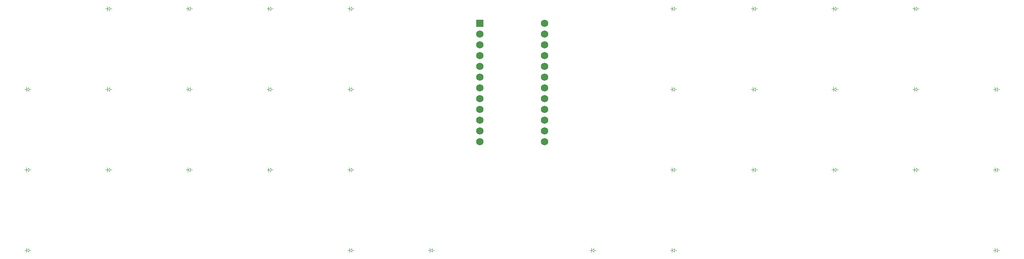
<source format=gbr>
%TF.GenerationSoftware,KiCad,Pcbnew,9.0.1*%
%TF.CreationDate,2025-05-09T00:25:46+02:00*%
%TF.ProjectId,cmrk,636d726b-2e6b-4696-9361-645f70636258,v1.0.0*%
%TF.SameCoordinates,Original*%
%TF.FileFunction,Legend,Bot*%
%TF.FilePolarity,Positive*%
%FSLAX46Y46*%
G04 Gerber Fmt 4.6, Leading zero omitted, Abs format (unit mm)*
G04 Created by KiCad (PCBNEW 9.0.1) date 2025-05-09 00:25:46*
%MOMM*%
%LPD*%
G01*
G04 APERTURE LIST*
%ADD10C,0.100000*%
%ADD11R,1.752600X1.752600*%
%ADD12C,1.752600*%
G04 APERTURE END LIST*
D10*
%TO.C,D22*%
X308250000Y-67000000D02*
X308650000Y-67000000D01*
X308650000Y-67000000D02*
X308650000Y-66450000D01*
X308650000Y-67000000D02*
X308650000Y-67550000D01*
X308650000Y-67000000D02*
X309250000Y-66600000D01*
X309250000Y-66600000D02*
X309250000Y-67400000D01*
X309250000Y-67000000D02*
X309750000Y-67000000D01*
X309250000Y-67400000D02*
X308650000Y-67000000D01*
%TO.C,D10*%
X156250000Y-86000000D02*
X156650000Y-86000000D01*
X156650000Y-86000000D02*
X156650000Y-85450000D01*
X156650000Y-86000000D02*
X156650000Y-86550000D01*
X156650000Y-86000000D02*
X157250000Y-85600000D01*
X157250000Y-85600000D02*
X157250000Y-86400000D01*
X157250000Y-86000000D02*
X157750000Y-86000000D01*
X157250000Y-86400000D02*
X156650000Y-86000000D01*
%TO.C,D24*%
X289250000Y-86000000D02*
X289650000Y-86000000D01*
X289650000Y-86000000D02*
X289650000Y-85450000D01*
X289650000Y-86000000D02*
X289650000Y-86550000D01*
X289650000Y-86000000D02*
X290250000Y-85600000D01*
X290250000Y-85600000D02*
X290250000Y-86400000D01*
X290250000Y-86000000D02*
X290750000Y-86000000D01*
X290250000Y-86400000D02*
X289650000Y-86000000D01*
%TO.C,D9*%
X137250000Y-48000000D02*
X137650000Y-48000000D01*
X137650000Y-48000000D02*
X137650000Y-47450000D01*
X137650000Y-48000000D02*
X137650000Y-48550000D01*
X137650000Y-48000000D02*
X138250000Y-47600000D01*
X138250000Y-47600000D02*
X138250000Y-48400000D01*
X138250000Y-48000000D02*
X138750000Y-48000000D01*
X138250000Y-48400000D02*
X137650000Y-48000000D01*
%TO.C,D20*%
X327250000Y-67000000D02*
X327650000Y-67000000D01*
X327650000Y-67000000D02*
X327650000Y-66450000D01*
X327650000Y-67000000D02*
X327650000Y-67550000D01*
X327650000Y-67000000D02*
X328250000Y-66600000D01*
X328250000Y-66600000D02*
X328250000Y-67400000D01*
X328250000Y-67000000D02*
X328750000Y-67000000D01*
X328250000Y-67400000D02*
X327650000Y-67000000D01*
%TO.C,D33*%
X251250000Y-105000000D02*
X251650000Y-105000000D01*
X251650000Y-105000000D02*
X251650000Y-104450000D01*
X251650000Y-105000000D02*
X251650000Y-105550000D01*
X251650000Y-105000000D02*
X252250000Y-104600000D01*
X252250000Y-104600000D02*
X252250000Y-105400000D01*
X252250000Y-105000000D02*
X252750000Y-105000000D01*
X252250000Y-105400000D02*
X251650000Y-105000000D01*
%TO.C,D29*%
X270250000Y-48000000D02*
X270650000Y-48000000D01*
X270650000Y-48000000D02*
X270650000Y-47450000D01*
X270650000Y-48000000D02*
X270650000Y-48550000D01*
X270650000Y-48000000D02*
X271250000Y-47600000D01*
X271250000Y-47600000D02*
X271250000Y-48400000D01*
X271250000Y-48000000D02*
X271750000Y-48000000D01*
X271250000Y-48400000D02*
X270650000Y-48000000D01*
%TO.C,D18*%
X327250000Y-105000000D02*
X327650000Y-105000000D01*
X327650000Y-105000000D02*
X327650000Y-104450000D01*
X327650000Y-105000000D02*
X327650000Y-105550000D01*
X327650000Y-105000000D02*
X328250000Y-104600000D01*
X328250000Y-104600000D02*
X328250000Y-105400000D01*
X328250000Y-105000000D02*
X328750000Y-105000000D01*
X328250000Y-105400000D02*
X327650000Y-105000000D01*
%TO.C,D23*%
X308250000Y-48000000D02*
X308650000Y-48000000D01*
X308650000Y-48000000D02*
X308650000Y-47450000D01*
X308650000Y-48000000D02*
X308650000Y-48550000D01*
X308650000Y-48000000D02*
X309250000Y-47600000D01*
X309250000Y-47600000D02*
X309250000Y-48400000D01*
X309250000Y-48000000D02*
X309750000Y-48000000D01*
X309250000Y-48400000D02*
X308650000Y-48000000D01*
%TO.C,D5*%
X118250000Y-67000000D02*
X118650000Y-67000000D01*
X118650000Y-67000000D02*
X118650000Y-66450000D01*
X118650000Y-67000000D02*
X118650000Y-67550000D01*
X118650000Y-67000000D02*
X119250000Y-66600000D01*
X119250000Y-66600000D02*
X119250000Y-67400000D01*
X119250000Y-67000000D02*
X119750000Y-67000000D01*
X119250000Y-67400000D02*
X118650000Y-67000000D01*
%TO.C,D26*%
X289250000Y-48000000D02*
X289650000Y-48000000D01*
X289650000Y-48000000D02*
X289650000Y-47450000D01*
X289650000Y-48000000D02*
X289650000Y-48550000D01*
X289650000Y-48000000D02*
X290250000Y-47600000D01*
X290250000Y-47600000D02*
X290250000Y-48400000D01*
X290250000Y-48000000D02*
X290750000Y-48000000D01*
X290250000Y-48400000D02*
X289650000Y-48000000D01*
%TO.C,D31*%
X251250000Y-67000000D02*
X251650000Y-67000000D01*
X251650000Y-67000000D02*
X251650000Y-66450000D01*
X251650000Y-67000000D02*
X251650000Y-67550000D01*
X251650000Y-67000000D02*
X252250000Y-66600000D01*
X252250000Y-66600000D02*
X252250000Y-67400000D01*
X252250000Y-67000000D02*
X252750000Y-67000000D01*
X252250000Y-67400000D02*
X251650000Y-67000000D01*
%TO.C,D17*%
X194250000Y-105000000D02*
X194650000Y-105000000D01*
X194650000Y-105000000D02*
X194650000Y-104450000D01*
X194650000Y-105000000D02*
X194650000Y-105550000D01*
X194650000Y-105000000D02*
X195250000Y-104600000D01*
X195250000Y-104600000D02*
X195250000Y-105400000D01*
X195250000Y-105000000D02*
X195750000Y-105000000D01*
X195250000Y-105400000D02*
X194650000Y-105000000D01*
%TO.C,D14*%
X175250000Y-67000000D02*
X175650000Y-67000000D01*
X175650000Y-67000000D02*
X175650000Y-66450000D01*
X175650000Y-67000000D02*
X175650000Y-67550000D01*
X175650000Y-67000000D02*
X176250000Y-66600000D01*
X176250000Y-66600000D02*
X176250000Y-67400000D01*
X176250000Y-67000000D02*
X176750000Y-67000000D01*
X176250000Y-67400000D02*
X175650000Y-67000000D01*
%TO.C,D19*%
X327250000Y-86000000D02*
X327650000Y-86000000D01*
X327650000Y-86000000D02*
X327650000Y-85450000D01*
X327650000Y-86000000D02*
X327650000Y-86550000D01*
X327650000Y-86000000D02*
X328250000Y-85600000D01*
X328250000Y-85600000D02*
X328250000Y-86400000D01*
X328250000Y-86000000D02*
X328750000Y-86000000D01*
X328250000Y-86400000D02*
X327650000Y-86000000D01*
%TO.C,D28*%
X270250000Y-67000000D02*
X270650000Y-67000000D01*
X270650000Y-67000000D02*
X270650000Y-66450000D01*
X270650000Y-67000000D02*
X270650000Y-67550000D01*
X270650000Y-67000000D02*
X271250000Y-66600000D01*
X271250000Y-66600000D02*
X271250000Y-67400000D01*
X271250000Y-67000000D02*
X271750000Y-67000000D01*
X271250000Y-67400000D02*
X270650000Y-67000000D01*
%TO.C,D34*%
X232250000Y-105000000D02*
X232650000Y-105000000D01*
X232650000Y-105000000D02*
X232650000Y-104450000D01*
X232650000Y-105000000D02*
X232650000Y-105550000D01*
X232650000Y-105000000D02*
X233250000Y-104600000D01*
X233250000Y-104600000D02*
X233250000Y-105400000D01*
X233250000Y-105000000D02*
X233750000Y-105000000D01*
X233250000Y-105400000D02*
X232650000Y-105000000D01*
%TO.C,D27*%
X270250000Y-86000000D02*
X270650000Y-86000000D01*
X270650000Y-86000000D02*
X270650000Y-85450000D01*
X270650000Y-86000000D02*
X270650000Y-86550000D01*
X270650000Y-86000000D02*
X271250000Y-85600000D01*
X271250000Y-85600000D02*
X271250000Y-86400000D01*
X271250000Y-86000000D02*
X271750000Y-86000000D01*
X271250000Y-86400000D02*
X270650000Y-86000000D01*
%TO.C,D6*%
X118250000Y-48000000D02*
X118650000Y-48000000D01*
X118650000Y-48000000D02*
X118650000Y-47450000D01*
X118650000Y-48000000D02*
X118650000Y-48550000D01*
X118650000Y-48000000D02*
X119250000Y-47600000D01*
X119250000Y-47600000D02*
X119250000Y-48400000D01*
X119250000Y-48000000D02*
X119750000Y-48000000D01*
X119250000Y-48400000D02*
X118650000Y-48000000D01*
%TO.C,D8*%
X137250000Y-67000000D02*
X137650000Y-67000000D01*
X137650000Y-67000000D02*
X137650000Y-66450000D01*
X137650000Y-67000000D02*
X137650000Y-67550000D01*
X137650000Y-67000000D02*
X138250000Y-66600000D01*
X138250000Y-66600000D02*
X138250000Y-67400000D01*
X138250000Y-67000000D02*
X138750000Y-67000000D01*
X138250000Y-67400000D02*
X137650000Y-67000000D01*
%TO.C,D30*%
X251250000Y-86000000D02*
X251650000Y-86000000D01*
X251650000Y-86000000D02*
X251650000Y-85450000D01*
X251650000Y-86000000D02*
X251650000Y-86550000D01*
X251650000Y-86000000D02*
X252250000Y-85600000D01*
X252250000Y-85600000D02*
X252250000Y-86400000D01*
X252250000Y-86000000D02*
X252750000Y-86000000D01*
X252250000Y-86400000D02*
X251650000Y-86000000D01*
%TO.C,D11*%
X156250000Y-67000000D02*
X156650000Y-67000000D01*
X156650000Y-67000000D02*
X156650000Y-66450000D01*
X156650000Y-67000000D02*
X156650000Y-67550000D01*
X156650000Y-67000000D02*
X157250000Y-66600000D01*
X157250000Y-66600000D02*
X157250000Y-67400000D01*
X157250000Y-67000000D02*
X157750000Y-67000000D01*
X157250000Y-67400000D02*
X156650000Y-67000000D01*
%TO.C,D7*%
X137250000Y-86000000D02*
X137650000Y-86000000D01*
X137650000Y-86000000D02*
X137650000Y-85450000D01*
X137650000Y-86000000D02*
X137650000Y-86550000D01*
X137650000Y-86000000D02*
X138250000Y-85600000D01*
X138250000Y-85600000D02*
X138250000Y-86400000D01*
X138250000Y-86000000D02*
X138750000Y-86000000D01*
X138250000Y-86400000D02*
X137650000Y-86000000D01*
%TO.C,D25*%
X289250000Y-67000000D02*
X289650000Y-67000000D01*
X289650000Y-67000000D02*
X289650000Y-66450000D01*
X289650000Y-67000000D02*
X289650000Y-67550000D01*
X289650000Y-67000000D02*
X290250000Y-66600000D01*
X290250000Y-66600000D02*
X290250000Y-67400000D01*
X290250000Y-67000000D02*
X290750000Y-67000000D01*
X290250000Y-67400000D02*
X289650000Y-67000000D01*
%TO.C,D32*%
X251250000Y-48000000D02*
X251650000Y-48000000D01*
X251650000Y-48000000D02*
X251650000Y-47450000D01*
X251650000Y-48000000D02*
X251650000Y-48550000D01*
X251650000Y-48000000D02*
X252250000Y-47600000D01*
X252250000Y-47600000D02*
X252250000Y-48400000D01*
X252250000Y-48000000D02*
X252750000Y-48000000D01*
X252250000Y-48400000D02*
X251650000Y-48000000D01*
%TO.C,D1*%
X99250000Y-105000000D02*
X99650000Y-105000000D01*
X99650000Y-105000000D02*
X99650000Y-104450000D01*
X99650000Y-105000000D02*
X99650000Y-105550000D01*
X99650000Y-105000000D02*
X100250000Y-104600000D01*
X100250000Y-104600000D02*
X100250000Y-105400000D01*
X100250000Y-105000000D02*
X100750000Y-105000000D01*
X100250000Y-105400000D02*
X99650000Y-105000000D01*
%TO.C,D21*%
X308250000Y-86000000D02*
X308650000Y-86000000D01*
X308650000Y-86000000D02*
X308650000Y-85450000D01*
X308650000Y-86000000D02*
X308650000Y-86550000D01*
X308650000Y-86000000D02*
X309250000Y-85600000D01*
X309250000Y-85600000D02*
X309250000Y-86400000D01*
X309250000Y-86000000D02*
X309750000Y-86000000D01*
X309250000Y-86400000D02*
X308650000Y-86000000D01*
%TO.C,D13*%
X175250000Y-86000000D02*
X175650000Y-86000000D01*
X175650000Y-86000000D02*
X175650000Y-85450000D01*
X175650000Y-86000000D02*
X175650000Y-86550000D01*
X175650000Y-86000000D02*
X176250000Y-85600000D01*
X176250000Y-85600000D02*
X176250000Y-86400000D01*
X176250000Y-86000000D02*
X176750000Y-86000000D01*
X176250000Y-86400000D02*
X175650000Y-86000000D01*
%TO.C,D3*%
X99250000Y-67000000D02*
X99650000Y-67000000D01*
X99650000Y-67000000D02*
X99650000Y-66450000D01*
X99650000Y-67000000D02*
X99650000Y-67550000D01*
X99650000Y-67000000D02*
X100250000Y-66600000D01*
X100250000Y-66600000D02*
X100250000Y-67400000D01*
X100250000Y-67000000D02*
X100750000Y-67000000D01*
X100250000Y-67400000D02*
X99650000Y-67000000D01*
%TO.C,D16*%
X175250000Y-105000000D02*
X175650000Y-105000000D01*
X175650000Y-105000000D02*
X175650000Y-104450000D01*
X175650000Y-105000000D02*
X175650000Y-105550000D01*
X175650000Y-105000000D02*
X176250000Y-104600000D01*
X176250000Y-104600000D02*
X176250000Y-105400000D01*
X176250000Y-105000000D02*
X176750000Y-105000000D01*
X176250000Y-105400000D02*
X175650000Y-105000000D01*
%TO.C,D12*%
X156250000Y-48000000D02*
X156650000Y-48000000D01*
X156650000Y-48000000D02*
X156650000Y-47450000D01*
X156650000Y-48000000D02*
X156650000Y-48550000D01*
X156650000Y-48000000D02*
X157250000Y-47600000D01*
X157250000Y-47600000D02*
X157250000Y-48400000D01*
X157250000Y-48000000D02*
X157750000Y-48000000D01*
X157250000Y-48400000D02*
X156650000Y-48000000D01*
%TO.C,D15*%
X175250000Y-48000000D02*
X175650000Y-48000000D01*
X175650000Y-48000000D02*
X175650000Y-47450000D01*
X175650000Y-48000000D02*
X175650000Y-48550000D01*
X175650000Y-48000000D02*
X176250000Y-47600000D01*
X176250000Y-47600000D02*
X176250000Y-48400000D01*
X176250000Y-48000000D02*
X176750000Y-48000000D01*
X176250000Y-48400000D02*
X175650000Y-48000000D01*
%TO.C,D2*%
X99250000Y-86000000D02*
X99650000Y-86000000D01*
X99650000Y-86000000D02*
X99650000Y-85450000D01*
X99650000Y-86000000D02*
X99650000Y-86550000D01*
X99650000Y-86000000D02*
X100250000Y-85600000D01*
X100250000Y-85600000D02*
X100250000Y-86400000D01*
X100250000Y-86000000D02*
X100750000Y-86000000D01*
X100250000Y-86400000D02*
X99650000Y-86000000D01*
%TO.C,D4*%
X118250000Y-86000000D02*
X118650000Y-86000000D01*
X118650000Y-86000000D02*
X118650000Y-85450000D01*
X118650000Y-86000000D02*
X118650000Y-86550000D01*
X118650000Y-86000000D02*
X119250000Y-85600000D01*
X119250000Y-85600000D02*
X119250000Y-86400000D01*
X119250000Y-86000000D02*
X119750000Y-86000000D01*
X119250000Y-86400000D02*
X118650000Y-86000000D01*
%TD*%
D11*
%TO.C,MCU1*%
X206380000Y-51430000D03*
D12*
X206380000Y-53970000D03*
X206380000Y-56510000D03*
X206380000Y-59050000D03*
X206380000Y-61590000D03*
X206380000Y-64130000D03*
X206380000Y-66670000D03*
X206380000Y-69210000D03*
X206380000Y-71750000D03*
X206380000Y-74290000D03*
X206380000Y-76830000D03*
X206380000Y-79370000D03*
X221620000Y-51430000D03*
X221620000Y-53970000D03*
X221620000Y-56510000D03*
X221620000Y-59050000D03*
X221620000Y-61590000D03*
X221620000Y-64130000D03*
X221620000Y-66670000D03*
X221620000Y-69210000D03*
X221620000Y-71750000D03*
X221620000Y-74290000D03*
X221620000Y-76830000D03*
X221620000Y-79370000D03*
%TD*%
M02*

</source>
